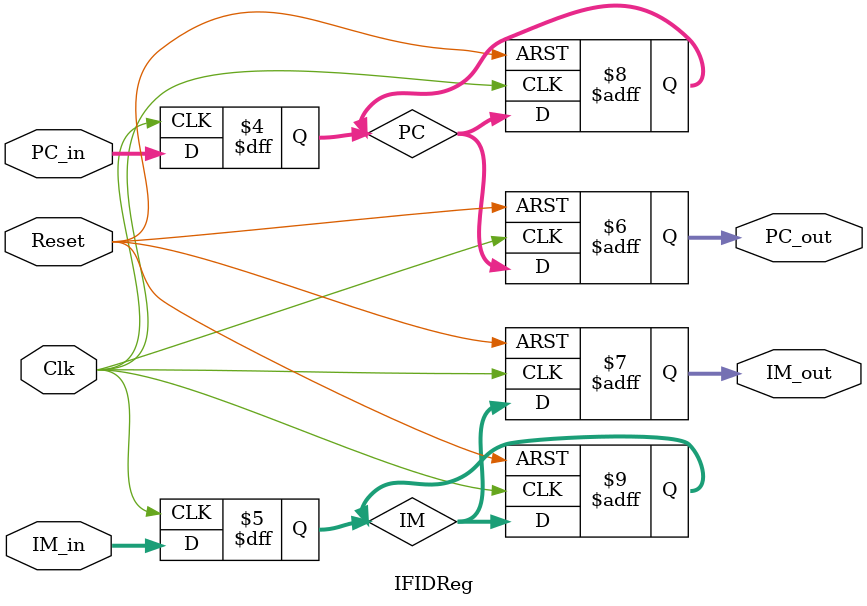
<source format=v>
`timescale 1ns / 1ps


module IFIDReg(Clk, Reset, PC_in, IM_in, PC_out, IM_out);
    input Clk, Reset;
    input [31:0] PC_in, IM_in;
    output reg [31:0] PC_out, IM_out;
    reg [31:0] PC, IM;
    
    always @ (posedge Clk or posedge Reset) begin
        if (Reset == 1) begin
            PC_out <= 0;
            IM_out <= 0;
            PC <= 0;
            IM <= 0;
        end
        else begin
            PC_out <= PC;
            IM_out <= IM;
        end
    end
    
    always @ (negedge Clk) begin
        PC <= PC_in;
        IM <= IM_in;
    end

endmodule

</source>
